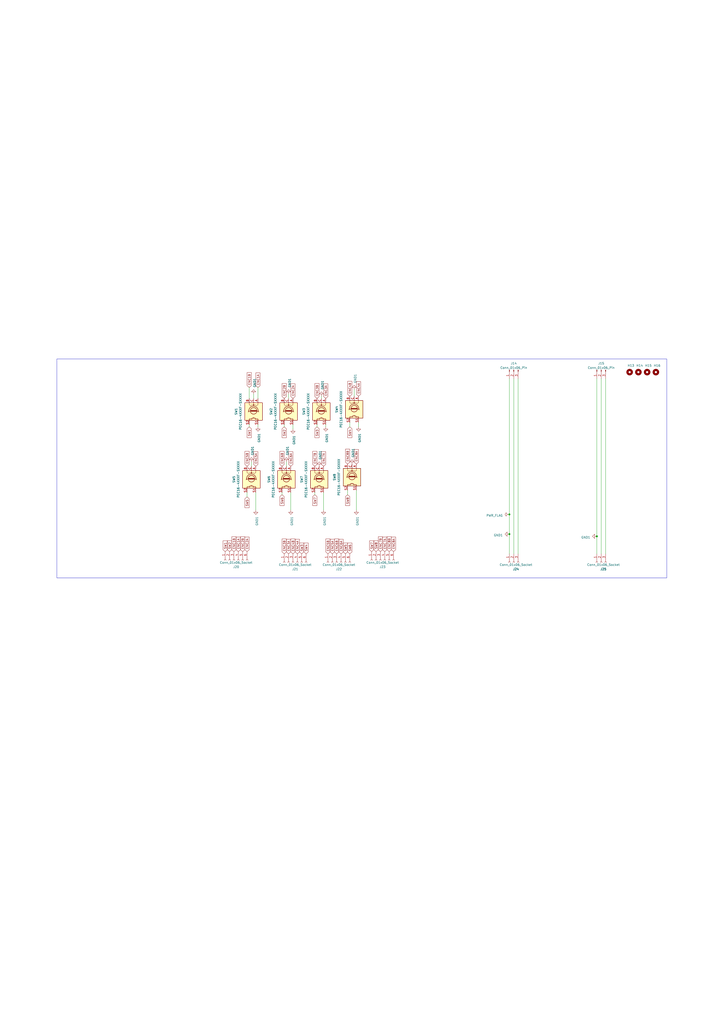
<source format=kicad_sch>
(kicad_sch (version 20230121) (generator eeschema)
  (paper "A2" portrait)
  (lib_symbols
    (symbol "Connector:Conn_01x03_Pin" (pin_names (offset 1.016) hide)
      (property "Reference" "J" (at 0 5.08 0))
      (property "Value" "Conn_01x03_Pin" (at 0 -5.08 0))
      (symbol "Conn_01x03_Pin_1_1"
        (polyline (pts (xy 1.27 -2.54) (xy 0.8636 -2.54)) (stroke (width 0.1524)))
        (polyline (pts (xy 1.27 0) (xy 0.8636 0)) (stroke (width 0.1524)))
        (polyline (pts (xy 1.27 2.54) (xy 0.8636 2.54)) (stroke (width 0.1524)))
        (rectangle (start 0.8636 -2.413) (end 0 -2.667) (stroke (width 0.1524)) (fill (type outline)))
        (rectangle (start 0.8636 0.127) (end 0 -0.127) (stroke (width 0.1524)) (fill (type outline)))
        (rectangle (start 0.8636 2.667) (end 0 2.413) (stroke (width 0.1524)) (fill (type outline)))
        (pin passive line (at 5.08 2.54 180) (length 3.81) (name "Pin_1") (number "1"))
        (pin passive line (at 5.08 0 180) (length 3.81) (name "Pin_2") (number "2"))
        (pin passive line (at 5.08 -2.54 180) (length 3.81) (name "Pin_3") (number "3"))
      )
    )
    (symbol "Connector:Conn_01x03_Socket" (pin_names (offset 1.016) hide)
      (property "Reference" "J" (at 0 5.08 0))
      (property "Value" "Conn_01x03_Socket" (at 0 -5.08 0))
      (symbol "Conn_01x03_Socket_1_1"
        (arc (start 0 -2.032) (mid -0.5058 -2.54) (end 0 -3.048) (stroke (width 0.1524)))
        (polyline (pts (xy -1.27 -2.54) (xy -0.508 -2.54)) (stroke (width 0.1524)))
        (polyline (pts (xy -1.27 0) (xy -0.508 0)) (stroke (width 0.1524)))
        (polyline (pts (xy -1.27 2.54) (xy -0.508 2.54)) (stroke (width 0.1524)))
        (arc (start 0 0.508) (mid -0.5058 0) (end 0 -0.508) (stroke (width 0.1524)))
        (arc (start 0 3.048) (mid -0.5058 2.54) (end 0 2.032) (stroke (width 0.1524)))
        (pin passive line (at -5.08 2.54 0) (length 3.81) (name "Pin_1") (number "1"))
        (pin passive line (at -5.08 0 0) (length 3.81) (name "Pin_2") (number "2"))
        (pin passive line (at -5.08 -2.54 0) (length 3.81) (name "Pin_3") (number "3"))
      )
    )
    (symbol "Connector:Conn_01x06_Socket" (pin_names (offset 1.016) hide)
      (property "Reference" "J" (at 0 7.62 0))
      (property "Value" "Conn_01x06_Socket" (at 0 -10.16 0))
      (symbol "Conn_01x06_Socket_1_1"
        (arc (start 0 -7.112) (mid -0.5058 -7.62) (end 0 -8.128) (stroke (width 0.1524)))
        (arc (start 0 -4.572) (mid -0.5058 -5.08) (end 0 -5.588) (stroke (width 0.1524)))
        (arc (start 0 -2.032) (mid -0.5058 -2.54) (end 0 -3.048) (stroke (width 0.1524)))
        (polyline (pts (xy -1.27 -7.62) (xy -0.508 -7.62)) (stroke (width 0.1524)))
        (polyline (pts (xy -1.27 -5.08) (xy -0.508 -5.08)) (stroke (width 0.1524)))
        (polyline (pts (xy -1.27 -2.54) (xy -0.508 -2.54)) (stroke (width 0.1524)))
        (polyline (pts (xy -1.27 0) (xy -0.508 0)) (stroke (width 0.1524)))
        (polyline (pts (xy -1.27 2.54) (xy -0.508 2.54)) (stroke (width 0.1524)))
        (polyline (pts (xy -1.27 5.08) (xy -0.508 5.08)) (stroke (width 0.1524)))
        (arc (start 0 0.508) (mid -0.5058 0) (end 0 -0.508) (stroke (width 0.1524)))
        (arc (start 0 3.048) (mid -0.5058 2.54) (end 0 2.032) (stroke (width 0.1524)))
        (arc (start 0 5.588) (mid -0.5058 5.08) (end 0 4.572) (stroke (width 0.1524)))
        (pin passive line (at -5.08 5.08 0) (length 3.81) (name "Pin_1") (number "1"))
        (pin passive line (at -5.08 2.54 0) (length 3.81) (name "Pin_2") (number "2"))
        (pin passive line (at -5.08 0 0) (length 3.81) (name "Pin_3") (number "3"))
        (pin passive line (at -5.08 -2.54 0) (length 3.81) (name "Pin_4") (number "4"))
        (pin passive line (at -5.08 -5.08 0) (length 3.81) (name "Pin_5") (number "5"))
        (pin passive line (at -5.08 -7.62 0) (length 3.81) (name "Pin_6") (number "6"))
      )
    )
    (symbol "Device:RotaryEncoder_Switch" (pin_names (offset 0.254) hide)
      (property "Reference" "SW" (at 0 6.604 0))
      (property "Value" "RotaryEncoder_Switch" (at 0 -6.604 0))
      (symbol "RotaryEncoder_Switch_0_1"
        (rectangle (start -5.08 5.08) (end 5.08 -5.08) (stroke (width 0.254)) (fill (type background)))
        (circle (center -3.81 0) (radius 0.254) (fill (type outline)))
        (circle (center -0.381 0) (radius 1.905) (stroke (width 0.254)))
        (arc (start -0.381 2.667) (mid -3.0988 -0.0635) (end -0.381 -2.794) (stroke (width 0.254)))
        (polyline (pts (xy -0.635 -1.778) (xy -0.635 1.778)) (stroke (width 0.254)))
        (polyline (pts (xy -0.381 -1.778) (xy -0.381 1.778)) (stroke (width 0.254)))
        (polyline (pts (xy -0.127 1.778) (xy -0.127 -1.778)) (stroke (width 0.254)))
        (polyline (pts (xy 3.81 0) (xy 3.429 0)) (stroke (width 0.254)))
        (polyline (pts (xy 3.81 1.016) (xy 3.81 -1.016)) (stroke (width 0.254)))
        (polyline (pts (xy -5.08 -2.54) (xy -3.81 -2.54) (xy -3.81 -2.032)))
        (polyline (pts (xy -5.08 2.54) (xy -3.81 2.54) (xy -3.81 2.032)))
        (polyline (pts (xy 0.254 -3.048) (xy -0.508 -2.794) (xy 0.127 -2.413)) (stroke (width 0.254)))
        (polyline (pts (xy 0.254 2.921) (xy -0.508 2.667) (xy 0.127 2.286)) (stroke (width 0.254)))
        (polyline (pts (xy 5.08 -2.54) (xy 4.318 -2.54) (xy 4.318 -1.016)) (stroke (width 0.254)))
        (polyline (pts (xy 5.08 2.54) (xy 4.318 2.54) (xy 4.318 1.016)) (stroke (width 0.254)))
        (polyline (pts (xy -5.08 0) (xy -3.81 0) (xy -3.81 -1.016) (xy -3.302 -2.032)))
        (polyline (pts (xy -4.318 0) (xy -3.81 0) (xy -3.81 1.016) (xy -3.302 2.032)))
        (circle (center 4.318 -1.016) (radius 0.127) (stroke (width 0.254)))
        (circle (center 4.318 1.016) (radius 0.127) (stroke (width 0.254)))
      )
      (symbol "RotaryEncoder_Switch_1_1"
        (pin passive line (at -7.62 2.54 0) (length 2.54) (name "A") (number "A"))
        (pin passive line (at -7.62 -2.54 0) (length 2.54) (name "B") (number "B"))
        (pin passive line (at -7.62 0 0) (length 2.54) (name "C") (number "C"))
        (pin passive line (at 7.62 2.54 180) (length 2.54) (name "S1") (number "S1"))
        (pin passive line (at 7.62 -2.54 180) (length 2.54) (name "S2") (number "S2"))
      )
    )
    (symbol "Mechanical:MountingHole" (pin_names (offset 1.016))
      (property "Reference" "H" (at 0 5.08 0))
      (property "Value" "MountingHole" (at 0 3.175 0))
      (symbol "MountingHole_0_1"
        (circle (center 0 0) (radius 1.27) (stroke (width 1.27)))
      )
    )
    (symbol "power:GND1" (power) (pin_names (offset 0))
      (property "Value" "GND1" (at 0 -3.81 0))
      (symbol "GND1_0_1"
        (polyline (pts (xy 0 0) (xy 0 -1.27) (xy 1.27 -1.27) (xy 0 -2.54) (xy -1.27 -1.27) (xy 0 -1.27)))
      )
      (symbol "GND1_1_1"
        (pin power_in line (at 0 0 270) (length 0) hide (name "GND1") (number "1"))
      )
    )
    (symbol "power:PWR_FLAG" (power) (pin_numbers hide) (pin_names (offset 0) hide)
      (property "Value" "PWR_FLAG" (at 0 3.81 0))
      (symbol "PWR_FLAG_0_0"
        (pin power_out line (at 0 0 90) (length 0) (name "pwr") (number "1"))
      )
      (symbol "PWR_FLAG_0_1"
        (polyline (pts (xy 0 0) (xy 0 1.27) (xy -1.016 1.905) (xy 0 2.54) (xy 1.016 1.905) (xy 0 1.27)))
      )
    )
  )
  (junction (at 346.71 311.15))
  (junction (at 295.91 298.45))
  (junction (at 295.91 309.88))
  (wire (pts (xy 295.91 219.71) (xy 295.91 298.45)))
  (wire (pts (xy 207.01 295.91) (xy 207.01 284.48)))
  (wire (pts (xy 146.05 270.51) (xy 146.05 267.97)))
  (wire (pts (xy 346.71 311.15) (xy 346.71 321.31)))
  (wire (pts (xy 203.2 247.65) (xy 203.2 245.11)))
  (wire (pts (xy 184.15 246.38) (xy 184.15 247.65)))
  (wire (pts (xy 147.32 231.14) (xy 147.32 228.6)))
  (wire (pts (xy 166.37 270.51) (xy 166.37 267.97)))
  (wire (pts (xy 182.88 287.02) (xy 182.88 285.75)))
  (wire (pts (xy 168.91 295.91) (xy 168.91 285.75)))
  (wire (pts (xy 298.45 219.71) (xy 298.45 321.31)))
  (wire (pts (xy 208.28 247.65) (xy 208.28 245.11)))
  (wire (pts (xy 349.25 219.71) (xy 349.25 321.31)))
  (wire (pts (xy 143.51 288.29) (xy 143.51 285.75)))
  (wire (pts (xy 144.78 246.38) (xy 144.78 247.65)))
  (wire (pts (xy 295.91 298.45) (xy 295.91 309.88)))
  (wire (pts (xy 170.18 248.92) (xy 170.18 246.38)))
  (wire (pts (xy 163.83 287.02) (xy 163.83 285.75)))
  (wire (pts (xy 167.64 231.14) (xy 167.64 228.6)))
  (wire (pts (xy 148.59 285.75) (xy 148.59 295.91)))
  (wire (pts (xy 165.1 246.38) (xy 165.1 247.65)))
  (wire (pts (xy 295.91 309.88) (xy 295.91 321.31)))
  (wire (pts (xy 144.78 231.14) (xy 144.78 224.79)))
  (wire (pts (xy 149.86 231.14) (xy 149.86 224.79)))
  (wire (pts (xy 205.74 229.87) (xy 205.74 226.06)))
  (wire (pts (xy 300.99 219.71) (xy 300.99 321.31)))
  (wire (pts (xy 149.86 246.38) (xy 149.86 247.65)))
  (wire (pts (xy 186.69 231.14) (xy 186.69 229.87)))
  (wire (pts (xy 201.93 287.02) (xy 201.93 284.48)))
  (wire (pts (xy 189.23 247.65) (xy 189.23 246.38)))
  (wire (pts (xy 351.79 219.71) (xy 351.79 321.31)))
  (wire (pts (xy 346.71 219.71) (xy 346.71 311.15)))
  (wire (pts (xy 187.96 295.91) (xy 187.96 285.75)))
  (rectangle (start 33.02 208.28) (end 387.35 335.28))
  (global_label "ENC3A" (shape input) (at 167.64 321.31 90) (property "Intersheetrefs" "${INTERSHEET_REFS}" (effects hide)))
  (global_label "SW7" (shape input) (at 215.9 320.04 90) (property "Intersheetrefs" "${INTERSHEET_REFS}" (effects hide)))
  (global_label "SW3" (shape input) (at 175.26 321.31 90) (property "Intersheetrefs" "${INTERSHEET_REFS}" (effects hide)))
  (global_label "ENC4A" (shape input) (at 208.28 229.87 90) (property "Intersheetrefs" "${INTERSHEET_REFS}" (effects hide)))
  (global_label "ENC7A" (shape input) (at 223.52 320.04 90) (property "Intersheetrefs" "${INTERSHEET_REFS}" (effects hide)))
  (global_label "ENC4B" (shape input) (at 203.2 229.87 90) (property "Intersheetrefs" "${INTERSHEET_REFS}" (effects hide)))
  (global_label "ENC2A" (shape input) (at 170.18 231.14 90) (property "Intersheetrefs" "${INTERSHEET_REFS}" (effects hide)))
  (global_label "ENC1A" (shape input) (at 149.86 224.79 90) (property "Intersheetrefs" "${INTERSHEET_REFS}" (effects hide)))
  (global_label "ENC1A" (shape input) (at 138.43 320.04 90) (property "Intersheetrefs" "${INTERSHEET_REFS}" (effects hide)))
  (global_label "SW2" (shape input) (at 165.1 247.65 270) (property "Intersheetrefs" "${INTERSHEET_REFS}" (effects hide)))
  (global_label "ENC7B" (shape input) (at 220.98 320.04 90) (property "Intersheetrefs" "${INTERSHEET_REFS}" (effects hide)))
  (global_label "SW8" (shape input) (at 218.44 320.04 90) (property "Intersheetrefs" "${INTERSHEET_REFS}" (effects hide)))
  (global_label "ENC4B" (shape input) (at 170.18 321.31 90) (property "Intersheetrefs" "${INTERSHEET_REFS}" (effects hide)))
  (global_label "ENC6B" (shape input) (at 163.83 270.51 90) (property "Intersheetrefs" "${INTERSHEET_REFS}" (effects hide)))
  (global_label "ENC8A" (shape input) (at 228.6 320.04 90) (property "Intersheetrefs" "${INTERSHEET_REFS}" (effects hide)))
  (global_label "ENC3B" (shape input) (at 184.15 231.14 90) (property "Intersheetrefs" "${INTERSHEET_REFS}" (effects hide)))
  (global_label "ENC7A" (shape input) (at 187.96 270.51 90) (property "Intersheetrefs" "${INTERSHEET_REFS}" (effects hide)))
  (global_label "ENC5B" (shape input) (at 190.5 321.31 90) (property "Intersheetrefs" "${INTERSHEET_REFS}" (effects hide)))
  (global_label "ENC3A" (shape input) (at 189.23 231.14 90) (property "Intersheetrefs" "${INTERSHEET_REFS}" (effects hide)))
  (global_label "ENC1B" (shape input) (at 144.78 224.79 90) (property "Intersheetrefs" "${INTERSHEET_REFS}" (effects hide)))
  (global_label "ENC6A" (shape input) (at 198.12 321.31 90) (property "Intersheetrefs" "${INTERSHEET_REFS}" (effects hide)))
  (global_label "ENC8B" (shape input) (at 201.93 269.24 90) (property "Intersheetrefs" "${INTERSHEET_REFS}" (effects hide)))
  (global_label "SW4" (shape input) (at 203.2 247.65 270) (property "Intersheetrefs" "${INTERSHEET_REFS}" (effects hide)))
  (global_label "ENC5A" (shape input) (at 193.04 321.31 90) (property "Intersheetrefs" "${INTERSHEET_REFS}" (effects hide)))
  (global_label "ENC8B" (shape input) (at 226.06 320.04 90) (property "Intersheetrefs" "${INTERSHEET_REFS}" (effects hide)))
  (global_label "ENC5B" (shape input) (at 143.51 270.51 90) (property "Intersheetrefs" "${INTERSHEET_REFS}" (effects hide)))
  (global_label "ENC2B" (shape input) (at 165.1 231.14 90) (property "Intersheetrefs" "${INTERSHEET_REFS}" (effects hide)))
  (global_label "ENC4A" (shape input) (at 172.72 321.31 90) (property "Intersheetrefs" "${INTERSHEET_REFS}" (effects hide)))
  (global_label "ENC2A" (shape input) (at 143.51 320.04 90) (property "Intersheetrefs" "${INTERSHEET_REFS}" (effects hide)))
  (global_label "SW7" (shape input) (at 182.88 287.02 270) (property "Intersheetrefs" "${INTERSHEET_REFS}" (effects hide)))
  (global_label "ENC6B" (shape input) (at 195.58 321.31 90) (property "Intersheetrefs" "${INTERSHEET_REFS}" (effects hide)))
  (global_label "ENC1B" (shape input) (at 135.89 320.04 90) (property "Intersheetrefs" "${INTERSHEET_REFS}" (effects hide)))
  (global_label "ENC6A" (shape input) (at 168.91 270.51 90) (property "Intersheetrefs" "${INTERSHEET_REFS}" (effects hide)))
  (global_label "SW2" (shape input) (at 133.35 320.04 90) (property "Intersheetrefs" "${INTERSHEET_REFS}" (effects hide)))
  (global_label "SW1" (shape input) (at 130.81 320.04 90) (property "Intersheetrefs" "${INTERSHEET_REFS}" (effects hide)))
  (global_label "SW3" (shape input) (at 184.15 247.65 270) (property "Intersheetrefs" "${INTERSHEET_REFS}" (effects hide)))
  (global_label "ENC8A" (shape input) (at 207.01 269.24 90) (property "Intersheetrefs" "${INTERSHEET_REFS}" (effects hide)))
  (global_label "SW5" (shape input) (at 200.66 321.31 90) (property "Intersheetrefs" "${INTERSHEET_REFS}" (effects hide)))
  (global_label "ENC2B" (shape input) (at 140.97 320.04 90) (property "Intersheetrefs" "${INTERSHEET_REFS}" (effects hide)))
  (global_label "SW8" (shape input) (at 201.93 287.02 270) (property "Intersheetrefs" "${INTERSHEET_REFS}" (effects hide)))
  (global_label "ENC7B" (shape input) (at 182.88 270.51 90) (property "Intersheetrefs" "${INTERSHEET_REFS}" (effects hide)))
  (global_label "ENC3B" (shape input) (at 165.1 321.31 90) (property "Intersheetrefs" "${INTERSHEET_REFS}" (effects hide)))
  (global_label "SW6" (shape input) (at 163.83 287.02 270) (property "Intersheetrefs" "${INTERSHEET_REFS}" (effects hide)))
  (global_label "SW6" (shape input) (at 203.2 321.31 90) (property "Intersheetrefs" "${INTERSHEET_REFS}" (effects hide)))
  (global_label "ENC5A" (shape input) (at 148.59 270.51 90) (property "Intersheetrefs" "${INTERSHEET_REFS}" (effects hide)))
  (global_label "SW1" (shape input) (at 144.78 247.65 270) (property "Intersheetrefs" "${INTERSHEET_REFS}" (effects hide)))
  (global_label "SW4" (shape input) (at 177.8 321.31 90) (property "Intersheetrefs" "${INTERSHEET_REFS}" (effects hide)))
  (global_label "SW5" (shape input) (at 143.51 288.29 270) (property "Intersheetrefs" "${INTERSHEET_REFS}" (effects hide)))
  (symbol (lib_id "Connector:Conn_01x06_Socket") (at 170.18 326.39 90) (mirror x) (unit 1)
    (property "Reference" "J21" (at 171.45 330.2 90))
    (property "Value" "Conn_01x06_Socket" (at 171.45 327.66 90))
    (property "Footprint" "Connector_PinSocket_2.54mm:PinSocket_1x06_P2.54mm_Vertical" (effects hide))
  )
  (symbol (lib_id "Connector:Conn_01x06_Socket") (at 195.58 326.39 90) (mirror x) (unit 1)
    (property "Reference" "J22" (at 196.85 330.2 90))
    (property "Value" "Conn_01x06_Socket" (at 196.85 327.66 90))
    (property "Footprint" "Connector_PinSocket_2.54mm:PinSocket_1x06_P2.54mm_Vertical" (effects hide))
  )
  (symbol (lib_id "Mechanical:MountingHole") (at 375.92 215.9 0) (unit 1)
    (property "Reference" "H15" (at 374.65 212.09 0) (effects (justify left)))
    (property "Value" "MountingHole" (effects hide))
    (property "Footprint" "MountingHole:MountingHole_3.2mm_M3" (effects hide))
  )
  (symbol (lib_id "Connector:Conn_01x03_Socket") (at 298.45 326.39 90) (mirror x) (unit 1)
    (property "Reference" "J24" (at 299.72 330.2 90) (effects (font bold)))
    (property "Value" "Conn_01x06_Socket" (at 299.72 327.66 90))
    (property "Footprint" "Connector_PinSocket_2.54mm:PinSocket_1x03_P2.54mm_Vertical" (effects hide))
  )
  (symbol (lib_id "Mechanical:MountingHole") (at 365.76 215.9 0) (unit 1)
    (property "Reference" "H13" (at 364.49 212.09 0) (effects (justify left)))
    (property "Value" "MountingHole" (effects hide))
    (property "Footprint" "MountingHole:MountingHole_3.2mm_M3" (effects hide))
  )
  (symbol (lib_id "power:GND1") (at 189.23 247.65 0) (unit 1)
    (property "Reference" "#PWR018" (effects hide))
    (property "Value" "GND1" (at 189.865 251.46 90) (effects (justify right)))
  )
  (symbol (lib_id "Mechanical:MountingHole") (at 381 215.9 0) (unit 1)
    (property "Reference" "H16" (at 379.73 212.09 0) (effects (justify left)))
    (property "Value" "MountingHole" (effects hide))
    (property "Footprint" "MountingHole:MountingHole_3.2mm_M3" (effects hide))
  )
  (symbol (lib_id "power:GND1") (at 185.42 270.51 180) (unit 1)
    (property "Reference" "#PWR028" (effects hide))
    (property "Value" "GND1" (at 186.055 266.7 90) (effects (justify right)))
  )
  (symbol (lib_id "power:GND1") (at 295.91 309.88 270) (unit 1)
    (property "Reference" "#PWR022" (effects hide))
    (property "Value" "GND1" (at 292.1 310.515 90) (effects (justify right)))
  )
  (symbol (lib_id "Connector:Conn_01x03_Socket") (at 349.25 326.39 90) (mirror x) (unit 1)
    (property "Reference" "J25" (at 350.52 330.2 90) (effects (font bold)))
    (property "Value" "Conn_01x06_Socket" (at 350.52 327.66 90))
    (property "Footprint" "Connector_PinSocket_2.54mm:PinSocket_1x03_P2.54mm_Vertical" (effects hide))
  )
  (symbol (lib_id "Device:RotaryEncoder_Switch") (at 146.05 278.13 270) (unit 1)
    (property "Reference" "SW5" (at 135.89 278.13 0))
    (property "Value" "PEC16-4XXXF-SXXXX" (at 138.43 278.13 0))
    (property "Footprint" "ksir 2022:PEC164120FS0012" (effects hide))
  )
  (symbol (lib_id "Device:RotaryEncoder_Switch") (at 205.74 237.49 270) (unit 1)
    (property "Reference" "SW4" (at 195.58 237.49 0))
    (property "Value" "PEC16-4XXXF-SXXXX" (at 198.12 237.49 0))
    (property "Footprint" "ksir 2022:PEC164120FS0012" (effects hide))
  )
  (symbol (lib_id "power:GND1") (at 149.86 247.65 0) (unit 1)
    (property "Reference" "#PWR09" (effects hide))
    (property "Value" "GND1" (at 150.495 251.46 90) (effects (justify right)))
  )
  (symbol (lib_id "power:GND1") (at 186.69 229.87 180) (unit 1)
    (property "Reference" "#PWR019" (effects hide))
    (property "Value" "GND1" (at 187.325 226.06 90) (effects (justify right)))
  )
  (symbol (lib_id "Device:RotaryEncoder_Switch") (at 185.42 278.13 270) (unit 1)
    (property "Reference" "SW7" (at 175.26 278.13 0))
    (property "Value" "PEC16-4XXXF-SXXXX" (at 177.8 278.13 0))
    (property "Footprint" "ksir 2022:PEC164120FS0012" (effects hide))
  )
  (symbol (lib_id "Connector:Conn_01x03_Pin") (at 298.45 214.63 90) (mirror x) (unit 1)
    (property "Reference" "J14" (at 298.45 210.82 90))
    (property "Value" "Conn_01x06_Pin" (at 298.45 213.36 90))
    (property "Footprint" "Connector_PinHeader_2.54mm:PinHeader_1x03_P2.54mm_Vertical" (effects hide))
  )
  (symbol (lib_id "power:GND1") (at 170.18 248.92 0) (unit 1)
    (property "Reference" "#PWR016" (effects hide))
    (property "Value" "GND1" (at 170.815 252.73 90) (effects (justify right)))
  )
  (symbol (lib_id "Device:RotaryEncoder_Switch") (at 147.32 238.76 270) (unit 1)
    (property "Reference" "SW1" (at 137.16 238.76 0))
    (property "Value" "PEC16-4XXXF-SXXXX" (at 139.7 238.76 0))
    (property "Footprint" "ksir 2022:PEC164120FS0012" (effects hide))
    (property "Datasheet" "  (layer \"F.Cu\")" (effects hide))
  )
  (symbol (lib_id "power:GND1") (at 187.96 295.91 0) (unit 1)
    (property "Reference" "#PWR027" (effects hide))
    (property "Value" "GND1" (at 188.595 299.72 90) (effects (justify right)))
  )
  (symbol (lib_id "power:GND1") (at 205.74 226.06 180) (unit 1)
    (property "Reference" "#PWR020" (effects hide))
    (property "Value" "GND1" (at 206.375 222.25 90) (effects (justify right)))
  )
  (symbol (lib_id "Connector:Conn_01x06_Socket") (at 220.98 325.12 90) (mirror x) (unit 1)
    (property "Reference" "J23" (at 222.25 328.93 90))
    (property "Value" "Conn_01x06_Socket" (at 222.25 326.39 90))
    (property "Footprint" "Connector_PinSocket_2.54mm:PinSocket_1x06_P2.54mm_Vertical" (effects hide))
  )
  (symbol (lib_id "power:GND1") (at 207.01 295.91 0) (unit 1)
    (property "Reference" "#PWR030" (effects hide))
    (property "Value" "GND1" (at 207.645 299.72 90) (effects (justify right)))
  )
  (symbol (lib_id "power:GND1") (at 148.59 295.91 0) (unit 1)
    (property "Reference" "#PWR024" (effects hide))
    (property "Value" "GND1" (at 149.225 299.72 90) (effects (justify right)))
  )
  (symbol (lib_id "Device:RotaryEncoder_Switch") (at 167.64 238.76 270) (unit 1)
    (property "Reference" "SW2" (at 157.48 238.76 0))
    (property "Value" "PEC16-4XXXF-SXXXX" (at 160.02 238.76 0))
    (property "Footprint" "ksir 2022:PEC164120FS0012" (effects hide))
  )
  (symbol (lib_id "power:GND1") (at 146.05 267.97 180) (unit 1)
    (property "Reference" "#PWR023" (effects hide))
    (property "Value" "GND1" (at 146.685 264.16 90) (effects (justify right)))
  )
  (symbol (lib_id "Connector:Conn_01x03_Pin") (at 349.25 214.63 90) (mirror x) (unit 1)
    (property "Reference" "J15" (at 349.25 210.82 90))
    (property "Value" "Conn_01x06_Pin" (at 349.25 213.36 90))
    (property "Footprint" "Connector_PinHeader_2.54mm:PinHeader_1x03_P2.54mm_Vertical" (effects hide))
  )
  (symbol (lib_id "Device:RotaryEncoder_Switch") (at 186.69 238.76 270) (unit 1)
    (property "Reference" "SW3" (at 176.53 238.76 0))
    (property "Value" "PEC16-4XXXF-SXXXX" (at 179.07 238.76 0))
    (property "Footprint" "ksir 2022:PEC164120FS0012" (effects hide))
  )
  (symbol (lib_id "Device:RotaryEncoder_Switch") (at 166.37 278.13 270) (unit 1)
    (property "Reference" "SW6" (at 156.21 278.13 0))
    (property "Value" "PEC16-4XXXF-SXXXX" (at 158.75 278.13 0))
    (property "Footprint" "ksir 2022:PEC164120FS0012" (effects hide))
  )
  (symbol (lib_id "power:GND1") (at 147.32 228.6 180) (unit 1)
    (property "Reference" "#PWR015" (effects hide))
    (property "Value" "GND1" (at 147.955 224.79 90) (effects (justify right)))
  )
  (symbol (lib_id "Mechanical:MountingHole") (at 370.84 215.9 0) (unit 1)
    (property "Reference" "H14" (at 369.57 212.09 0) (effects (justify left)))
    (property "Value" "MountingHole" (effects hide))
    (property "Footprint" "MountingHole:MountingHole_3.2mm_M3" (effects hide))
  )
  (symbol (lib_id "power:GND1") (at 208.28 247.65 0) (unit 1)
    (property "Reference" "#PWR021" (effects hide))
    (property "Value" "GND1" (at 208.915 251.46 90) (effects (justify right)))
  )
  (symbol (lib_id "power:GND1") (at 166.37 267.97 180) (unit 1)
    (property "Reference" "#PWR025" (effects hide))
    (property "Value" "GND1" (at 167.005 264.16 90) (effects (justify right)))
  )
  (symbol (lib_id "power:PWR_FLAG") (at 295.91 298.45 90) (unit 1)
    (property "Reference" "#FLG06" (effects hide))
    (property "Value" "PWR_FLAG" (at 292.1 299.085 90) (effects (justify left)))
  )
  (symbol (lib_id "power:GND1") (at 204.47 269.24 180) (unit 1)
    (property "Reference" "#PWR029" (effects hide))
    (property "Value" "GND1" (at 205.105 265.43 90) (effects (justify right)))
  )
  (symbol (lib_id "power:GND1") (at 346.71 311.15 270) (unit 1)
    (property "Reference" "#PWR032" (effects hide))
    (property "Value" "GND1" (at 342.9 311.785 90) (effects (justify right)))
  )
  (symbol (lib_id "Connector:Conn_01x06_Socket") (at 135.89 325.12 90) (mirror x) (unit 1)
    (property "Reference" "J20" (at 137.16 328.93 90))
    (property "Value" "Conn_01x06_Socket" (at 137.16 326.39 90))
    (property "Footprint" "Connector_PinSocket_2.54mm:PinSocket_1x06_P2.54mm_Vertical" (effects hide))
  )
  (symbol (lib_id "Device:RotaryEncoder_Switch") (at 204.47 276.86 270) (unit 1)
    (property "Reference" "SW8" (at 194.31 276.86 0))
    (property "Value" "PEC16-4XXXF-SXXXX" (at 196.85 276.86 0))
    (property "Footprint" "ksir 2022:PEC164120FS0012" (effects hide))
  )
  (symbol (lib_id "power:GND1") (at 168.91 295.91 0) (unit 1)
    (property "Reference" "#PWR026" (effects hide))
    (property "Value" "GND1" (at 169.545 299.72 90) (effects (justify right)))
  )
  (symbol (lib_id "power:GND1") (at 167.64 228.6 180) (unit 1)
    (property "Reference" "#PWR017" (effects hide))
    (property "Value" "GND1" (at 168.275 224.79 90) (effects (justify right)))
  )
)
</source>
